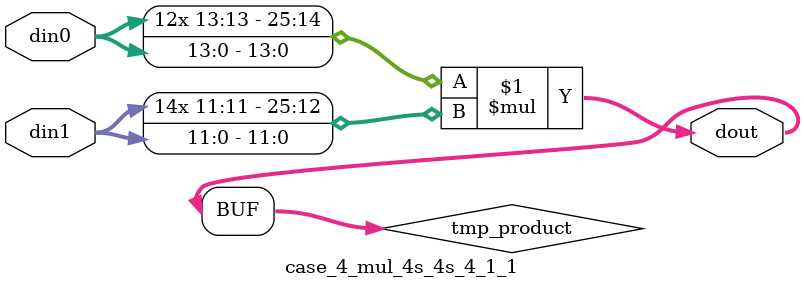
<source format=v>

`timescale 1 ns / 1 ps

 module case_4_mul_4s_4s_4_1_1(din0, din1, dout);
parameter ID = 1;
parameter NUM_STAGE = 0;
parameter din0_WIDTH = 14;
parameter din1_WIDTH = 12;
parameter dout_WIDTH = 26;

input [din0_WIDTH - 1 : 0] din0; 
input [din1_WIDTH - 1 : 0] din1; 
output [dout_WIDTH - 1 : 0] dout;

wire signed [dout_WIDTH - 1 : 0] tmp_product;



























assign tmp_product = $signed(din0) * $signed(din1);








assign dout = tmp_product;





















endmodule

</source>
